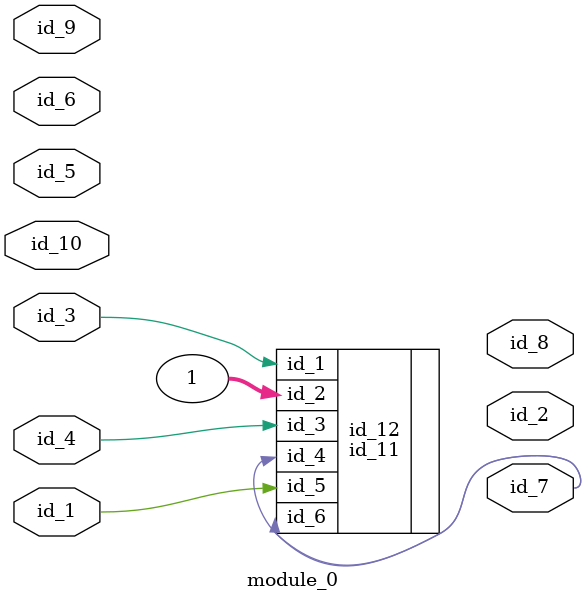
<source format=v>
module module_0 (
    id_1,
    id_2,
    id_3,
    id_4,
    id_5,
    id_6,
    id_7,
    id_8,
    id_9,
    id_10
);
  input id_10;
  input id_9;
  output id_8;
  output id_7;
  input id_6;
  input id_5;
  input id_4;
  input id_3;
  output id_2;
  input id_1;
  id_11 id_12 (
      .id_3(id_4),
      .id_6(id_8),
      .id_4(id_7),
      .id_2(1),
      .id_1(id_9),
      .id_1(id_3),
      .id_6(id_7),
      .id_5(id_1)
  );
endmodule

</source>
